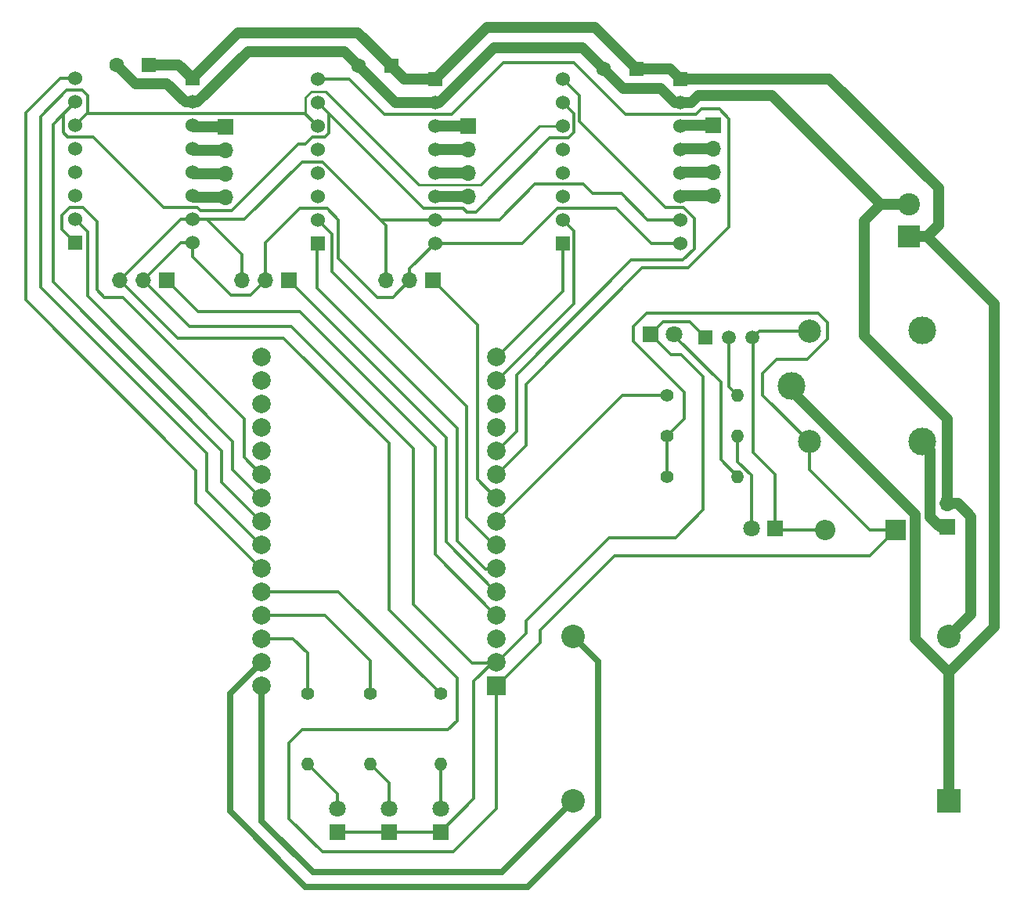
<source format=gbl>
%TF.GenerationSoftware,KiCad,Pcbnew,8.0.2-8.0.2-0~ubuntu24.04.1*%
%TF.CreationDate,2024-05-19T11:59:25+07:00*%
%TF.ProjectId,tugas-akhir,74756761-732d-4616-9b68-69722e6b6963,4*%
%TF.SameCoordinates,Original*%
%TF.FileFunction,Copper,L2,Bot*%
%TF.FilePolarity,Positive*%
%FSLAX46Y46*%
G04 Gerber Fmt 4.6, Leading zero omitted, Abs format (unit mm)*
G04 Created by KiCad (PCBNEW 8.0.2-8.0.2-0~ubuntu24.04.1) date 2024-05-19 11:59:25*
%MOMM*%
%LPD*%
G01*
G04 APERTURE LIST*
%TA.AperFunction,ComponentPad*%
%ADD10R,1.600000X1.600000*%
%TD*%
%TA.AperFunction,ComponentPad*%
%ADD11C,1.600000*%
%TD*%
%TA.AperFunction,ComponentPad*%
%ADD12C,1.400000*%
%TD*%
%TA.AperFunction,ComponentPad*%
%ADD13O,1.400000X1.400000*%
%TD*%
%TA.AperFunction,ComponentPad*%
%ADD14R,1.800000X1.800000*%
%TD*%
%TA.AperFunction,ComponentPad*%
%ADD15C,1.800000*%
%TD*%
%TA.AperFunction,ComponentPad*%
%ADD16R,2.000000X2.000000*%
%TD*%
%TA.AperFunction,ComponentPad*%
%ADD17C,2.000000*%
%TD*%
%TA.AperFunction,ComponentPad*%
%ADD18R,1.700000X1.700000*%
%TD*%
%TA.AperFunction,ComponentPad*%
%ADD19O,1.700000X1.700000*%
%TD*%
%TA.AperFunction,ComponentPad*%
%ADD20R,1.500000X1.500000*%
%TD*%
%TA.AperFunction,ComponentPad*%
%ADD21C,1.500000*%
%TD*%
%TA.AperFunction,ComponentPad*%
%ADD22R,2.540000X2.540000*%
%TD*%
%TA.AperFunction,ComponentPad*%
%ADD23C,2.540000*%
%TD*%
%TA.AperFunction,ComponentPad*%
%ADD24R,1.524000X1.524000*%
%TD*%
%TA.AperFunction,ComponentPad*%
%ADD25C,1.524000*%
%TD*%
%TA.AperFunction,ComponentPad*%
%ADD26C,3.000000*%
%TD*%
%TA.AperFunction,ComponentPad*%
%ADD27C,2.500000*%
%TD*%
%TA.AperFunction,ComponentPad*%
%ADD28R,2.400000X2.400000*%
%TD*%
%TA.AperFunction,ComponentPad*%
%ADD29C,2.400000*%
%TD*%
%TA.AperFunction,ComponentPad*%
%ADD30R,2.200000X2.200000*%
%TD*%
%TA.AperFunction,ComponentPad*%
%ADD31O,2.200000X2.200000*%
%TD*%
%TA.AperFunction,Conductor*%
%ADD32C,0.230000*%
%TD*%
%TA.AperFunction,Conductor*%
%ADD33C,0.700000*%
%TD*%
%TA.AperFunction,Conductor*%
%ADD34C,1.200000*%
%TD*%
%TA.AperFunction,Conductor*%
%ADD35C,0.300000*%
%TD*%
%TA.AperFunction,Conductor*%
%ADD36C,0.200000*%
%TD*%
G04 APERTURE END LIST*
D10*
%TO.P,C3,1*%
%TO.N,+24V*%
X103130000Y-49675000D03*
D11*
%TO.P,C3,2*%
%TO.N,-24V*%
X99630000Y-49675000D03*
%TD*%
D10*
%TO.P,C2,1*%
%TO.N,+24V*%
X129320000Y-49785000D03*
D11*
%TO.P,C2,2*%
%TO.N,-24V*%
X125820000Y-49785000D03*
%TD*%
D10*
%TO.P,C1,1*%
%TO.N,+24V*%
X155820000Y-50075000D03*
D11*
%TO.P,C1,2*%
%TO.N,-24V*%
X152320000Y-50075000D03*
%TD*%
D12*
%TO.P,R1,1*%
%TO.N,Net-(D3-K)*%
X159190000Y-94185000D03*
D13*
%TO.P,R1,2*%
%TO.N,Net-(D2-A)*%
X166810000Y-94185000D03*
%TD*%
D14*
%TO.P,D4,1,K*%
%TO.N,Net-(D2-K)*%
X129075000Y-132660000D03*
D15*
%TO.P,D4,2,A*%
%TO.N,Net-(D4-A)*%
X129075000Y-130120000D03*
%TD*%
D16*
%TO.P,U1,1,3V3*%
%TO.N,Net-(D3-K)*%
X140725000Y-116785000D03*
D17*
%TO.P,U1,2,GND*%
%TO.N,Net-(D2-K)*%
X140725000Y-114245000D03*
%TO.P,U1,3,D15*%
%TO.N,unconnected-(U1-D15-Pad3)*%
X140725000Y-111705000D03*
%TO.P,U1,4,D2*%
%TO.N,Net-(U1-D2)*%
X140725000Y-109165000D03*
%TO.P,U1,5,D4*%
%TO.N,Net-(U1-D4)*%
X140725000Y-106625000D03*
%TO.P,U1,6,RX2*%
%TO.N,Net-(U1-RX2)*%
X140725000Y-104085000D03*
%TO.P,U1,7,TX2*%
%TO.N,Net-(U1-TX2)*%
X140725000Y-101545000D03*
%TO.P,U1,8,D5*%
%TO.N,Net-(U1-D5)*%
X140725000Y-99005000D03*
%TO.P,U1,9,D18*%
%TO.N,Net-(U1-D18)*%
X140725000Y-96465000D03*
%TO.P,U1,10,D19*%
%TO.N,Net-(U1-D19)*%
X140725000Y-93925000D03*
%TO.P,U1,11,D21*%
%TO.N,Net-(U1-D21)*%
X140725000Y-91385000D03*
%TO.P,U1,12,RX0*%
%TO.N,unconnected-(U1-RX0-Pad12)*%
X140725000Y-88845000D03*
%TO.P,U1,13,TX0*%
%TO.N,unconnected-(U1-TX0-Pad13)*%
X140725000Y-86305000D03*
%TO.P,U1,14,D22*%
%TO.N,Net-(U1-D22)*%
X140725000Y-83765000D03*
%TO.P,U1,15,D23*%
%TO.N,Net-(U1-D23)*%
X140725000Y-81225000D03*
%TO.P,U1,16,EN*%
%TO.N,unconnected-(U1-EN-Pad16)*%
X115325000Y-81225000D03*
%TO.P,U1,17,VP*%
%TO.N,unconnected-(U1-VP-Pad17)*%
X115325000Y-83765000D03*
%TO.P,U1,18,VN*%
%TO.N,unconnected-(U1-VN-Pad18)*%
X115325000Y-86305000D03*
%TO.P,U1,19,D34*%
%TO.N,unconnected-(U1-D34-Pad19)*%
X115325000Y-88845000D03*
%TO.P,U1,20,D35*%
%TO.N,unconnected-(U1-D35-Pad20)*%
X115325000Y-91385000D03*
%TO.P,U1,21,D32*%
%TO.N,Net-(U1-D32)*%
X115325000Y-93925000D03*
%TO.P,U1,22,D33*%
%TO.N,Net-(U1-D33)*%
X115325000Y-96465000D03*
%TO.P,U1,23,D25*%
%TO.N,Net-(U1-D25)*%
X115325000Y-99005000D03*
%TO.P,U1,24,D26*%
%TO.N,Net-(U1-D26)*%
X115325000Y-101545000D03*
%TO.P,U1,25,D27*%
%TO.N,Net-(U1-D27)*%
X115325000Y-104085000D03*
%TO.P,U1,26,D14*%
%TO.N,Net-(U1-D14)*%
X115325000Y-106625000D03*
%TO.P,U1,27,D12*%
%TO.N,Net-(U1-D12)*%
X115325000Y-109165000D03*
%TO.P,U1,28,D13*%
%TO.N,Net-(U1-D13)*%
X115325000Y-111705000D03*
%TO.P,U1,29,GND*%
%TO.N,Net-(U1-GND-Pad29)*%
X115325000Y-114245000D03*
%TO.P,U1,30,VIN*%
%TO.N,Net-(U1-VIN)*%
X115325000Y-116785000D03*
%TD*%
D18*
%TO.P,M3,1*%
%TO.N,Net-(U5-OA2)*%
X111367500Y-56335000D03*
D19*
%TO.P,M3,2,-*%
%TO.N,Net-(M3--)*%
X111367500Y-58875000D03*
%TO.P,M3,3*%
%TO.N,Net-(U5-OB1)*%
X111367500Y-61415000D03*
%TO.P,M3,4*%
%TO.N,Net-(U5-OB2)*%
X111367500Y-63955000D03*
%TD*%
D20*
%TO.P,Q1,1,E*%
%TO.N,Net-(D2-K)*%
X163335000Y-79145000D03*
D21*
%TO.P,Q1,2,B*%
%TO.N,Net-(Q1-B)*%
X165875000Y-79145000D03*
%TO.P,Q1,3,C*%
%TO.N,Net-(D1-K)*%
X168415000Y-79145000D03*
%TD*%
D22*
%TO.P,U2,1,Vin*%
%TO.N,+24V*%
X189595000Y-129275000D03*
D23*
%TO.P,U2,2,GND*%
%TO.N,-24V*%
X189595000Y-111495000D03*
%TO.P,U2,3,GND*%
%TO.N,Net-(U1-GND-Pad29)*%
X148955000Y-111495000D03*
%TO.P,U2,4,Vout*%
%TO.N,Net-(U1-VIN)*%
X148955000Y-129275000D03*
%TD*%
D18*
%TO.P,M1,1*%
%TO.N,Net-(U3-OA2)*%
X164120000Y-56225000D03*
D19*
%TO.P,M1,2,-*%
%TO.N,Net-(M1--)*%
X164120000Y-58765000D03*
%TO.P,M1,3*%
%TO.N,Net-(U3-OB1)*%
X164120000Y-61305000D03*
%TO.P,M1,4*%
%TO.N,Net-(U3-OB2)*%
X164120000Y-63845000D03*
%TD*%
D24*
%TO.P,U3,JP1_1,DIR*%
%TO.N,Net-(U1-D23)*%
X147875000Y-68975000D03*
D25*
%TO.P,U3,JP1_2,STEP*%
%TO.N,Net-(U1-D22)*%
X147875000Y-66435000D03*
%TO.P,U3,JP1_3,CLK*%
%TO.N,unconnected-(U3-CLK-PadJP1_3)*%
X147875000Y-63895000D03*
%TO.P,U3,JP1_4,PDN/UART1*%
%TO.N,unconnected-(U3-PDN{slash}UART1-PadJP1_4)*%
X147875000Y-61355000D03*
%TO.P,U3,JP1_5,NC*%
%TO.N,unconnected-(U3-NC-PadJP1_5)*%
X147875000Y-58815000D03*
%TO.P,U3,JP1_6,MS2*%
%TO.N,Net-(U1-D26)*%
X147875000Y-56275000D03*
%TO.P,U3,JP1_7,MS1*%
%TO.N,Net-(U1-D25)*%
X147875000Y-53735000D03*
%TO.P,U3,JP1_8,EN*%
%TO.N,Net-(U1-D21)*%
X147875000Y-51195000D03*
D24*
%TO.P,U3,JP2_1,VM*%
%TO.N,+24V*%
X160575000Y-51195000D03*
D25*
%TO.P,U3,JP2_2,GND*%
%TO.N,-24V*%
X160575000Y-53735000D03*
%TO.P,U3,JP2_3,OA2*%
%TO.N,Net-(U3-OA2)*%
X160575000Y-56275000D03*
%TO.P,U3,JP2_4,OA1*%
%TO.N,Net-(M1--)*%
X160575000Y-58815000D03*
%TO.P,U3,JP2_5,OB1*%
%TO.N,Net-(U3-OB1)*%
X160575000Y-61355000D03*
%TO.P,U3,JP2_6,OB2*%
%TO.N,Net-(U3-OB2)*%
X160575000Y-63895000D03*
%TO.P,U3,JP2_7,VIO*%
%TO.N,Net-(D3-K)*%
X160575000Y-66435000D03*
%TO.P,U3,JP2_8,GND*%
%TO.N,Net-(D2-K)*%
X160575000Y-68975000D03*
%TD*%
D24*
%TO.P,U5,JP1_1,DIR*%
%TO.N,Net-(U1-D32)*%
X95125000Y-68925000D03*
D25*
%TO.P,U5,JP1_2,STEP*%
%TO.N,Net-(U1-D33)*%
X95125000Y-66385000D03*
%TO.P,U5,JP1_3,CLK*%
%TO.N,unconnected-(U5-CLK-PadJP1_3)*%
X95125000Y-63845000D03*
%TO.P,U5,JP1_4,PDN/UART1*%
%TO.N,unconnected-(U5-PDN{slash}UART1-PadJP1_4)*%
X95125000Y-61305000D03*
%TO.P,U5,JP1_5,NC*%
%TO.N,unconnected-(U5-NC-PadJP1_5)*%
X95125000Y-58765000D03*
%TO.P,U5,JP1_6,MS2*%
%TO.N,Net-(U1-D26)*%
X95125000Y-56225000D03*
%TO.P,U5,JP1_7,MS1*%
%TO.N,Net-(U1-D25)*%
X95125000Y-53685000D03*
%TO.P,U5,JP1_8,EN*%
%TO.N,Net-(U1-D27)*%
X95125000Y-51145000D03*
D24*
%TO.P,U5,JP2_1,VM*%
%TO.N,+24V*%
X107825000Y-51145000D03*
D25*
%TO.P,U5,JP2_2,GND*%
%TO.N,-24V*%
X107825000Y-53685000D03*
%TO.P,U5,JP2_3,OA2*%
%TO.N,Net-(U5-OA2)*%
X107825000Y-56225000D03*
%TO.P,U5,JP2_4,OA1*%
%TO.N,Net-(M3--)*%
X107825000Y-58765000D03*
%TO.P,U5,JP2_5,OB1*%
%TO.N,Net-(U5-OB1)*%
X107825000Y-61305000D03*
%TO.P,U5,JP2_6,OB2*%
%TO.N,Net-(U5-OB2)*%
X107825000Y-63845000D03*
%TO.P,U5,JP2_7,VIO*%
%TO.N,Net-(D3-K)*%
X107825000Y-66385000D03*
%TO.P,U5,JP2_8,GND*%
%TO.N,Net-(D2-K)*%
X107825000Y-68925000D03*
%TD*%
D26*
%TO.P,K1,1*%
%TO.N,+24V*%
X172575000Y-84385000D03*
D27*
%TO.P,K1,2*%
%TO.N,Net-(D3-K)*%
X174525000Y-90435000D03*
D26*
%TO.P,K1,3*%
%TO.N,Net-(J2-Pin_1)*%
X186725000Y-90435000D03*
%TO.P,K1,4*%
%TO.N,unconnected-(K1-Pad4)*%
X186775000Y-78385000D03*
D27*
%TO.P,K1,5*%
%TO.N,Net-(D1-K)*%
X174525000Y-78435000D03*
%TD*%
D12*
%TO.P,R2,1*%
%TO.N,Net-(D3-K)*%
X159190000Y-89785000D03*
D13*
%TO.P,R2,2*%
%TO.N,Net-(D1-A)*%
X166810000Y-89785000D03*
%TD*%
D14*
%TO.P,D5,1,K*%
%TO.N,Net-(D2-K)*%
X123475000Y-132660000D03*
D15*
%TO.P,D5,2,A*%
%TO.N,Net-(D5-A)*%
X123475000Y-130120000D03*
%TD*%
D12*
%TO.P,R4,1*%
%TO.N,Net-(U1-D14)*%
X134675000Y-117690000D03*
D13*
%TO.P,R4,2*%
%TO.N,Net-(D6-A)*%
X134675000Y-125310000D03*
%TD*%
D12*
%TO.P,R6,1*%
%TO.N,Net-(U1-D12)*%
X127075000Y-117690000D03*
D13*
%TO.P,R6,2*%
%TO.N,Net-(D4-A)*%
X127075000Y-125310000D03*
%TD*%
D28*
%TO.P,J1,1,Pin_1*%
%TO.N,+24V*%
X185300000Y-68250000D03*
D29*
%TO.P,J1,2,Pin_2*%
%TO.N,-24V*%
X185300000Y-64750000D03*
%TD*%
D18*
%TO.P,M2,1*%
%TO.N,Net-(U4-OA2)*%
X137675000Y-56285000D03*
D19*
%TO.P,M2,2,-*%
%TO.N,Net-(M2--)*%
X137675000Y-58825000D03*
%TO.P,M2,3*%
%TO.N,Net-(U4-OB1)*%
X137675000Y-61365000D03*
%TO.P,M2,4*%
%TO.N,Net-(U4-OB2)*%
X137675000Y-63905000D03*
%TD*%
D14*
%TO.P,D6,1,K*%
%TO.N,Net-(D2-K)*%
X134675000Y-132622500D03*
D15*
%TO.P,D6,2,A*%
%TO.N,Net-(D6-A)*%
X134675000Y-130082500D03*
%TD*%
D12*
%TO.P,R5,1*%
%TO.N,Net-(U1-D13)*%
X120275000Y-117690000D03*
D13*
%TO.P,R5,2*%
%TO.N,Net-(D5-A)*%
X120275000Y-125310000D03*
%TD*%
D14*
%TO.P,D1,1,K*%
%TO.N,Net-(D1-K)*%
X170825000Y-99785000D03*
D15*
%TO.P,D1,2,A*%
%TO.N,Net-(D1-A)*%
X168285000Y-99785000D03*
%TD*%
D18*
%TO.P,S1,1*%
%TO.N,Net-(U1-D2)*%
X105075000Y-72985000D03*
D19*
%TO.P,S1,2*%
%TO.N,Net-(D2-K)*%
X102535000Y-72985000D03*
%TO.P,S1,3*%
%TO.N,Net-(D3-K)*%
X99995000Y-72985000D03*
%TD*%
D14*
%TO.P,D2,1,K*%
%TO.N,Net-(D2-K)*%
X157400000Y-78785000D03*
D15*
%TO.P,D2,2,A*%
%TO.N,Net-(D2-A)*%
X159940000Y-78785000D03*
%TD*%
D30*
%TO.P,D3,1,K*%
%TO.N,Net-(D3-K)*%
X183885000Y-99985000D03*
D31*
%TO.P,D3,2,A*%
%TO.N,Net-(D1-K)*%
X176265000Y-99985000D03*
%TD*%
D12*
%TO.P,R3,1*%
%TO.N,Net-(U1-D5)*%
X159190000Y-85385000D03*
D13*
%TO.P,R3,2*%
%TO.N,Net-(Q1-B)*%
X166810000Y-85385000D03*
%TD*%
D24*
%TO.P,U4,JP1_1,DIR*%
%TO.N,Net-(U1-RX2)*%
X121370000Y-68975000D03*
D25*
%TO.P,U4,JP1_2,STEP*%
%TO.N,Net-(U1-TX2)*%
X121370000Y-66435000D03*
%TO.P,U4,JP1_3,CLK*%
%TO.N,unconnected-(U4-CLK-PadJP1_3)*%
X121370000Y-63895000D03*
%TO.P,U4,JP1_4,PDN/UART1*%
%TO.N,unconnected-(U4-PDN{slash}UART1-PadJP1_4)*%
X121370000Y-61355000D03*
%TO.P,U4,JP1_5,NC*%
%TO.N,unconnected-(U4-NC-PadJP1_5)*%
X121370000Y-58815000D03*
%TO.P,U4,JP1_6,MS2*%
%TO.N,Net-(U1-D26)*%
X121370000Y-56275000D03*
%TO.P,U4,JP1_7,MS1*%
%TO.N,Net-(U1-D25)*%
X121370000Y-53735000D03*
%TO.P,U4,JP1_8,EN*%
%TO.N,Net-(U1-D19)*%
X121370000Y-51195000D03*
D24*
%TO.P,U4,JP2_1,VM*%
%TO.N,+24V*%
X134070000Y-51195000D03*
D25*
%TO.P,U4,JP2_2,GND*%
%TO.N,-24V*%
X134070000Y-53735000D03*
%TO.P,U4,JP2_3,OA2*%
%TO.N,Net-(U4-OA2)*%
X134070000Y-56275000D03*
%TO.P,U4,JP2_4,OA1*%
%TO.N,Net-(M2--)*%
X134070000Y-58815000D03*
%TO.P,U4,JP2_5,OB1*%
%TO.N,Net-(U4-OB1)*%
X134070000Y-61355000D03*
%TO.P,U4,JP2_6,OB2*%
%TO.N,Net-(U4-OB2)*%
X134070000Y-63895000D03*
%TO.P,U4,JP2_7,VIO*%
%TO.N,Net-(D3-K)*%
X134070000Y-66435000D03*
%TO.P,U4,JP2_8,GND*%
%TO.N,Net-(D2-K)*%
X134070000Y-68975000D03*
%TD*%
D18*
%TO.P,S2,1*%
%TO.N,Net-(U1-D4)*%
X118275000Y-72985000D03*
D19*
%TO.P,S2,2*%
%TO.N,Net-(D2-K)*%
X115735000Y-72985000D03*
%TO.P,S2,3*%
%TO.N,Net-(D3-K)*%
X113195000Y-72985000D03*
%TD*%
D18*
%TO.P,J2,1,Pin_1*%
%TO.N,Net-(J2-Pin_1)*%
X189475000Y-99660000D03*
D19*
%TO.P,J2,2,Pin_2*%
%TO.N,-24V*%
X189475000Y-97120000D03*
%TD*%
D18*
%TO.P,S3,1*%
%TO.N,Net-(U1-D18)*%
X133875000Y-72985000D03*
D19*
%TO.P,S3,2*%
%TO.N,Net-(D2-K)*%
X131335000Y-72985000D03*
%TO.P,S3,3*%
%TO.N,Net-(D3-K)*%
X128795000Y-72985000D03*
%TD*%
D32*
%TO.N,Net-(U1-D26)*%
X120075000Y-54980000D02*
X120075000Y-53185000D01*
X120075000Y-53185000D02*
X120737000Y-52523000D01*
X120737000Y-52523000D02*
X122213000Y-52523000D01*
X122213000Y-52523000D02*
X132320000Y-62630000D01*
X132320000Y-62630000D02*
X139030000Y-62630000D01*
X139030000Y-62630000D02*
X145385000Y-56275000D01*
X145385000Y-56275000D02*
X147875000Y-56275000D01*
D33*
%TO.N,Net-(U1-VIN)*%
X120875000Y-136985000D02*
X115325000Y-131435000D01*
X148955000Y-129275000D02*
X141245000Y-136985000D01*
X141245000Y-136985000D02*
X120875000Y-136985000D01*
X115325000Y-131435000D02*
X115325000Y-116785000D01*
D34*
%TO.N,-24V*%
X160025000Y-53735000D02*
X160575000Y-53735000D01*
X107075000Y-53685000D02*
X107825000Y-53685000D01*
X150030000Y-47785000D02*
X140475000Y-47785000D01*
X125820000Y-49785000D02*
X124235000Y-48200000D01*
X161765000Y-53735000D02*
X162500000Y-53000000D01*
X124235000Y-48200000D02*
X113860000Y-48200000D01*
X99630000Y-49675000D02*
X101640000Y-51685000D01*
X180500000Y-66500000D02*
X180500000Y-79000000D01*
X140475000Y-47785000D02*
X134525000Y-53735000D01*
X185300000Y-64750000D02*
X182250000Y-64750000D01*
X170500000Y-53000000D02*
X182250000Y-64750000D01*
X180500000Y-79000000D02*
X189475000Y-87975000D01*
X192000000Y-109090000D02*
X189595000Y-111495000D01*
X101640000Y-51685000D02*
X105075000Y-51685000D01*
X189475000Y-87975000D02*
X189475000Y-97120000D01*
X108375000Y-53685000D02*
X107825000Y-53685000D01*
X158475000Y-52185000D02*
X160025000Y-53735000D01*
X189475000Y-97120000D02*
X190620000Y-97120000D01*
X129770000Y-53735000D02*
X134070000Y-53735000D01*
X152320000Y-50075000D02*
X150030000Y-47785000D01*
X160575000Y-53735000D02*
X161765000Y-53735000D01*
X125820000Y-49785000D02*
X129770000Y-53735000D01*
X182250000Y-64750000D02*
X180500000Y-66500000D01*
X113860000Y-48200000D02*
X108375000Y-53685000D01*
X162500000Y-53000000D02*
X170500000Y-53000000D01*
X192000000Y-98500000D02*
X192000000Y-109090000D01*
X105075000Y-51685000D02*
X107075000Y-53685000D01*
X190620000Y-97120000D02*
X192000000Y-98500000D01*
X134525000Y-53735000D02*
X134070000Y-53735000D01*
X154430000Y-52185000D02*
X158475000Y-52185000D01*
X152320000Y-50075000D02*
X154430000Y-52185000D01*
%TO.N,+24V*%
X103130000Y-49675000D02*
X106355000Y-49675000D01*
X187250000Y-68250000D02*
X185300000Y-68250000D01*
X189595000Y-115334422D02*
X189595000Y-129275000D01*
X194500000Y-75500000D02*
X194500000Y-110429422D01*
X172575000Y-84385000D02*
X172575000Y-84881320D01*
X131685000Y-51195000D02*
X134070000Y-51195000D01*
X131675000Y-51185000D02*
X131685000Y-51195000D01*
X112770000Y-46200000D02*
X107825000Y-51145000D01*
X106355000Y-49675000D02*
X107825000Y-51145000D01*
X155820000Y-50075000D02*
X151345000Y-45600000D01*
X186000000Y-111739422D02*
X189595000Y-115334422D01*
X160575000Y-51195000D02*
X176695000Y-51195000D01*
X188500000Y-67000000D02*
X187250000Y-68250000D01*
X176695000Y-51195000D02*
X188500000Y-63000000D01*
X130720000Y-51185000D02*
X131675000Y-51185000D01*
X186000000Y-98306320D02*
X186000000Y-111739422D01*
X139665000Y-45600000D02*
X134070000Y-51195000D01*
X194500000Y-110429422D02*
X189595000Y-115334422D01*
X129320000Y-49785000D02*
X125735000Y-46200000D01*
X159455000Y-50075000D02*
X160575000Y-51195000D01*
X125735000Y-46200000D02*
X112770000Y-46200000D01*
X151345000Y-45600000D02*
X139665000Y-45600000D01*
X187250000Y-68250000D02*
X194500000Y-75500000D01*
X188500000Y-63000000D02*
X188500000Y-67000000D01*
X155820000Y-50075000D02*
X159455000Y-50075000D01*
X172575000Y-84881320D02*
X186000000Y-98306320D01*
X129320000Y-49785000D02*
X130720000Y-51185000D01*
D35*
%TO.N,Net-(U1-D23)*%
X147875000Y-68975000D02*
X147875000Y-74165000D01*
X147875000Y-74165000D02*
X140725000Y-81315000D01*
%TO.N,Net-(U1-D22)*%
X149087000Y-75493000D02*
X140725000Y-83855000D01*
X147875000Y-66435000D02*
X149087000Y-67647000D01*
X149087000Y-67647000D02*
X149087000Y-75493000D01*
%TO.N,Net-(U1-D21)*%
X142875000Y-83185000D02*
X142875000Y-89325000D01*
X160961027Y-65107000D02*
X162125000Y-66270973D01*
X149687000Y-53007000D02*
X149687000Y-55796999D01*
X162125000Y-66270973D02*
X162125000Y-69535000D01*
X155275000Y-70785000D02*
X142875000Y-83185000D01*
X147875000Y-51195000D02*
X149687000Y-53007000D01*
X142875000Y-89325000D02*
X140725000Y-91475000D01*
X160875000Y-70785000D02*
X155275000Y-70785000D01*
X149687000Y-55796999D02*
X158997001Y-65107000D01*
X162125000Y-69535000D02*
X160875000Y-70785000D01*
X158997001Y-65107000D02*
X160961027Y-65107000D01*
D34*
%TO.N,Net-(U4-OA2)*%
X134080000Y-56285000D02*
X134070000Y-56275000D01*
X137675000Y-56285000D02*
X134080000Y-56285000D01*
%TO.N,Net-(M2--)*%
X137675000Y-58825000D02*
X134080000Y-58825000D01*
X134080000Y-58825000D02*
X134070000Y-58815000D01*
%TO.N,Net-(U4-OB1)*%
X134080000Y-61365000D02*
X134070000Y-61355000D01*
X137675000Y-61365000D02*
X134080000Y-61365000D01*
%TO.N,Net-(U4-OB2)*%
X134080000Y-63905000D02*
X134070000Y-63895000D01*
X137675000Y-63905000D02*
X134080000Y-63905000D01*
%TO.N,Net-(U5-OA2)*%
X107935000Y-56335000D02*
X107825000Y-56225000D01*
X111367500Y-56335000D02*
X107935000Y-56335000D01*
%TO.N,Net-(M3--)*%
X111367500Y-58875000D02*
X107935000Y-58875000D01*
X107935000Y-58875000D02*
X107825000Y-58765000D01*
%TO.N,Net-(U5-OB1)*%
X107935000Y-61415000D02*
X107825000Y-61305000D01*
X111367500Y-61415000D02*
X107935000Y-61415000D01*
%TO.N,Net-(U5-OB2)*%
X107935000Y-63955000D02*
X107825000Y-63845000D01*
X111367500Y-63955000D02*
X107935000Y-63955000D01*
D35*
%TO.N,Net-(D3-K)*%
X181085000Y-102785000D02*
X153475000Y-102785000D01*
X117675000Y-79185000D02*
X106195000Y-79185000D01*
X156985000Y-76500000D02*
X175500000Y-76500000D01*
X118275000Y-122985000D02*
X119675000Y-121585000D01*
X140725000Y-130135000D02*
X136075000Y-134785000D01*
X155500000Y-77985000D02*
X156985000Y-76500000D01*
X136475000Y-115985000D02*
X129075000Y-108585000D01*
X153475000Y-102785000D02*
X145475000Y-110785000D01*
X113415000Y-66385000D02*
X107825000Y-66385000D01*
X145475000Y-112125000D02*
X140725000Y-116875000D01*
X119675000Y-121585000D02*
X135475000Y-121585000D01*
X113195000Y-70195000D02*
X109385000Y-66385000D01*
X121875000Y-134785000D02*
X118275000Y-131185000D01*
X129075000Y-108585000D02*
X129075000Y-90585000D01*
X128795000Y-67065973D02*
X128164027Y-66435000D01*
X159190000Y-89785000D02*
X161000000Y-87975000D01*
X129075000Y-90585000D02*
X117675000Y-79185000D01*
X150057000Y-62567000D02*
X144857000Y-62567000D01*
X99995000Y-72985000D02*
X106595000Y-66385000D01*
X121872027Y-60143000D02*
X119657000Y-60143000D01*
X136475000Y-120585000D02*
X136475000Y-115985000D01*
X174525000Y-90435000D02*
X174525000Y-93435000D01*
X140725000Y-116785000D02*
X140725000Y-130135000D01*
X157035000Y-66435000D02*
X154200000Y-63600000D01*
X118275000Y-131185000D02*
X118275000Y-122985000D01*
X176500000Y-77500000D02*
X176500000Y-79317717D01*
X136075000Y-134785000D02*
X121875000Y-134785000D01*
X151090000Y-63600000D02*
X150057000Y-62567000D01*
X174525000Y-93435000D02*
X181075000Y-99985000D01*
X176500000Y-79317717D02*
X174317717Y-81500000D01*
X140989000Y-66435000D02*
X134070000Y-66435000D01*
X171000000Y-81500000D02*
X169500000Y-83000000D01*
X155500000Y-79585000D02*
X155500000Y-77985000D01*
X119657000Y-60143000D02*
X113415000Y-66385000D01*
X128795000Y-72985000D02*
X128795000Y-67065973D01*
X160575000Y-66435000D02*
X157035000Y-66435000D01*
X128164027Y-66435000D02*
X121872027Y-60143000D01*
X161000000Y-85085000D02*
X155500000Y-79585000D01*
X181075000Y-99985000D02*
X183885000Y-99985000D01*
X144857000Y-62567000D02*
X140989000Y-66435000D01*
X135475000Y-121585000D02*
X136475000Y-120585000D01*
X109385000Y-66385000D02*
X107825000Y-66385000D01*
X145475000Y-110785000D02*
X145475000Y-112125000D01*
X183885000Y-99985000D02*
X181085000Y-102785000D01*
X159190000Y-94185000D02*
X159190000Y-89785000D01*
X106595000Y-66385000D02*
X107825000Y-66385000D01*
X134070000Y-66435000D02*
X128164027Y-66435000D01*
X175500000Y-76500000D02*
X176500000Y-77500000D01*
X106195000Y-79185000D02*
X99995000Y-72985000D01*
X161000000Y-87975000D02*
X161000000Y-85085000D01*
X169500000Y-83000000D02*
X169500000Y-85410000D01*
X174317717Y-81500000D02*
X171000000Y-81500000D01*
X154200000Y-63600000D02*
X151090000Y-63600000D01*
X113195000Y-72985000D02*
X113195000Y-70195000D01*
X169500000Y-85410000D02*
X174525000Y-90435000D01*
%TO.N,Net-(U1-D25)*%
X122582000Y-57078000D02*
X122173000Y-57487000D01*
X120773000Y-57487000D02*
X120075000Y-58185000D01*
X148475000Y-57585000D02*
X146475000Y-57585000D01*
X92729264Y-73129264D02*
X111000000Y-91400000D01*
X119275000Y-58185000D02*
X112075000Y-65385000D01*
X149087000Y-56973000D02*
X148475000Y-57585000D01*
X104747000Y-65057000D02*
X97127000Y-57437000D01*
X149087000Y-54947000D02*
X149087000Y-56973000D01*
X122173000Y-57487000D02*
X120773000Y-57487000D01*
X132820000Y-65185000D02*
X121370000Y-53735000D01*
X121370000Y-53735000D02*
X121425000Y-53735000D01*
X95125000Y-53685000D02*
X92729264Y-56080736D01*
X111000000Y-94770000D02*
X115325000Y-99095000D01*
X92729264Y-56080736D02*
X92729264Y-73129264D01*
X137116522Y-65185000D02*
X132820000Y-65185000D01*
X97127000Y-57437000D02*
X94327000Y-57437000D01*
X93850000Y-56960000D02*
X93850000Y-54960000D01*
X147875000Y-53735000D02*
X149087000Y-54947000D01*
X137516522Y-65585000D02*
X137116522Y-65185000D01*
X111000000Y-91400000D02*
X111000000Y-94770000D01*
X108327027Y-65057000D02*
X104747000Y-65057000D01*
X121425000Y-53735000D02*
X122582000Y-54892000D01*
X122582000Y-54892000D02*
X122582000Y-57078000D01*
X112075000Y-65385000D02*
X108655027Y-65385000D01*
X93850000Y-54960000D02*
X95125000Y-53685000D01*
X108655027Y-65385000D02*
X108327027Y-65057000D01*
X146475000Y-57585000D02*
X138475000Y-65585000D01*
X138475000Y-65585000D02*
X137516522Y-65585000D01*
X94327000Y-57437000D02*
X93850000Y-56960000D01*
X120075000Y-58185000D02*
X119275000Y-58185000D01*
%TO.N,Net-(U1-D26)*%
X96475000Y-52985000D02*
X95899264Y-52409264D01*
X95125000Y-56225000D02*
X96453000Y-54897000D01*
X109400000Y-91710000D02*
X109400000Y-95710000D01*
X121370000Y-56275000D02*
X120158000Y-55063000D01*
X94250736Y-52409264D02*
X91400000Y-55260000D01*
X91400000Y-55260000D02*
X91400000Y-73710000D01*
X119992000Y-54897000D02*
X121370000Y-56275000D01*
X95125000Y-56225000D02*
X96475000Y-54875000D01*
X109400000Y-95710000D02*
X115325000Y-101635000D01*
X91400000Y-73710000D02*
X109400000Y-91710000D01*
D36*
X120158000Y-55063000D02*
X120075000Y-54980000D01*
D35*
X96453000Y-54897000D02*
X119992000Y-54897000D01*
X95899264Y-52409264D02*
X94250736Y-52409264D01*
X96475000Y-54875000D02*
X96475000Y-52985000D01*
%TO.N,Net-(D2-K)*%
X123475000Y-132660000D02*
X129075000Y-132660000D01*
X123600000Y-70600000D02*
X123600000Y-66400000D01*
X129520000Y-74800000D02*
X127800000Y-74800000D01*
X163335000Y-79145000D02*
X161625000Y-77435000D01*
X115735000Y-72985000D02*
X114120000Y-74600000D01*
X158750000Y-77435000D02*
X157400000Y-78785000D01*
X147294973Y-65185000D02*
X153675000Y-65185000D01*
X140725000Y-114335000D02*
X143875000Y-111185000D01*
X163075000Y-83385000D02*
X160675000Y-80985000D01*
X134070000Y-68975000D02*
X143504973Y-68975000D01*
X114120000Y-74600000D02*
X112000000Y-74600000D01*
X102535000Y-72985000D02*
X107535000Y-77985000D01*
X157465000Y-68975000D02*
X160575000Y-68975000D01*
X138275000Y-129022500D02*
X138275000Y-116335000D01*
X131335000Y-72985000D02*
X131335000Y-71710000D01*
X134675000Y-132622500D02*
X138275000Y-129022500D01*
X163075000Y-97785000D02*
X163075000Y-83385000D01*
X115735000Y-68865000D02*
X115735000Y-72985000D01*
X131335000Y-72985000D02*
X129520000Y-74800000D01*
X122400000Y-65200000D02*
X119400000Y-65200000D01*
X127800000Y-74800000D02*
X123600000Y-70600000D01*
X140365000Y-114245000D02*
X140725000Y-114245000D01*
X129112500Y-132622500D02*
X129075000Y-132660000D01*
X107825000Y-68925000D02*
X106595000Y-68925000D01*
X161625000Y-77435000D02*
X158750000Y-77435000D01*
X107825000Y-70425000D02*
X107825000Y-68925000D01*
X106595000Y-68925000D02*
X102535000Y-72985000D01*
X131675000Y-107985000D02*
X138025000Y-114335000D01*
X153675000Y-65185000D02*
X157465000Y-68975000D01*
X131675000Y-91185000D02*
X131675000Y-107985000D01*
X143875000Y-111185000D02*
X143875000Y-109785000D01*
X138025000Y-114335000D02*
X140725000Y-114335000D01*
X134675000Y-132622500D02*
X129112500Y-132622500D01*
X107535000Y-77985000D02*
X118475000Y-77985000D01*
X138275000Y-116335000D02*
X140365000Y-114245000D01*
X119400000Y-65200000D02*
X115735000Y-68865000D01*
X123600000Y-66400000D02*
X122400000Y-65200000D01*
X159600000Y-80985000D02*
X157400000Y-78785000D01*
X160675000Y-80985000D02*
X159600000Y-80985000D01*
X112000000Y-74600000D02*
X107825000Y-70425000D01*
X143504973Y-68975000D02*
X147294973Y-65185000D01*
X118475000Y-77985000D02*
X131675000Y-91185000D01*
X131335000Y-71710000D02*
X134070000Y-68975000D01*
X160075000Y-100785000D02*
X163075000Y-97785000D01*
X143875000Y-109785000D02*
X152875000Y-100785000D01*
X152875000Y-100785000D02*
X160075000Y-100785000D01*
%TO.N,Net-(U1-D27)*%
X108200000Y-97050000D02*
X115325000Y-104175000D01*
X89800000Y-75110000D02*
X108200000Y-93510000D01*
X93515000Y-51145000D02*
X89800000Y-54860000D01*
X89800000Y-54860000D02*
X89800000Y-75110000D01*
X108200000Y-93510000D02*
X108200000Y-97050000D01*
X95125000Y-51145000D02*
X93515000Y-51145000D01*
D33*
%TO.N,Net-(U1-GND-Pad29)*%
X148955000Y-111495000D02*
X151675000Y-114215000D01*
X111875000Y-130385000D02*
X111875000Y-117695000D01*
X120075000Y-138585000D02*
X111875000Y-130385000D01*
X111875000Y-117695000D02*
X115325000Y-114245000D01*
X151675000Y-114215000D02*
X151675000Y-130985000D01*
X151675000Y-130985000D02*
X144075000Y-138585000D01*
X144075000Y-138585000D02*
X120075000Y-138585000D01*
D35*
%TO.N,Net-(D2-A)*%
X165000000Y-92375000D02*
X166810000Y-94185000D01*
X159940000Y-78940000D02*
X165000000Y-84000000D01*
X159940000Y-78785000D02*
X159940000Y-78940000D01*
X165000000Y-84000000D02*
X165000000Y-92375000D01*
%TO.N,Net-(D1-A)*%
X166810000Y-92558654D02*
X168285000Y-94033654D01*
X166810000Y-89785000D02*
X166810000Y-92558654D01*
X168285000Y-94033654D02*
X168285000Y-99785000D01*
D34*
%TO.N,Net-(U3-OA2)*%
X160625000Y-56225000D02*
X160575000Y-56275000D01*
X164120000Y-56225000D02*
X160625000Y-56225000D01*
%TO.N,Net-(M1--)*%
X164120000Y-58765000D02*
X160625000Y-58765000D01*
X160625000Y-58765000D02*
X160575000Y-58815000D01*
%TO.N,Net-(U3-OB1)*%
X164120000Y-61305000D02*
X160625000Y-61305000D01*
X160625000Y-61305000D02*
X160575000Y-61355000D01*
%TO.N,Net-(U3-OB2)*%
X160625000Y-63845000D02*
X160575000Y-63895000D01*
X164120000Y-63845000D02*
X160625000Y-63845000D01*
D35*
%TO.N,Net-(Q1-B)*%
X165875000Y-84450000D02*
X166810000Y-85385000D01*
X165875000Y-79145000D02*
X165875000Y-84450000D01*
%TO.N,Net-(D6-A)*%
X134675000Y-130082500D02*
X134675000Y-125310000D01*
%TO.N,Net-(D5-A)*%
X123475000Y-128510000D02*
X120275000Y-125310000D01*
X123475000Y-130120000D02*
X123475000Y-128510000D01*
%TO.N,Net-(D4-A)*%
X129075000Y-130120000D02*
X129075000Y-127310000D01*
X129075000Y-127310000D02*
X127075000Y-125310000D01*
%TO.N,Net-(D1-K)*%
X171025000Y-99985000D02*
X170825000Y-99785000D01*
X170825000Y-93946472D02*
X168475000Y-91596472D01*
X176265000Y-99985000D02*
X171025000Y-99985000D01*
X168475000Y-91596472D02*
X168475000Y-79205000D01*
X170825000Y-99785000D02*
X170825000Y-93946472D01*
X169125000Y-78435000D02*
X168415000Y-79145000D01*
X174525000Y-78435000D02*
X169125000Y-78435000D01*
X168475000Y-79205000D02*
X168415000Y-79145000D01*
D34*
%TO.N,Net-(J2-Pin_1)*%
X189475000Y-99660000D02*
X188660000Y-99660000D01*
X187600000Y-91310000D02*
X186725000Y-90435000D01*
X188660000Y-99660000D02*
X187600000Y-98600000D01*
X187600000Y-98600000D02*
X187600000Y-91310000D01*
D35*
%TO.N,Net-(U1-D19)*%
X135875000Y-54985000D02*
X141475000Y-49385000D01*
X141475000Y-49385000D02*
X149075000Y-49385000D01*
X165875000Y-55480000D02*
X165875000Y-67185000D01*
X124806683Y-51195000D02*
X128596683Y-54985000D01*
X162275000Y-54985000D02*
X162875000Y-54385000D01*
X128596683Y-54985000D02*
X135875000Y-54985000D01*
X165875000Y-67185000D02*
X161475000Y-71585000D01*
X121370000Y-51195000D02*
X124806683Y-51195000D01*
X149075000Y-49385000D02*
X154675000Y-54985000D01*
X154675000Y-54985000D02*
X162275000Y-54985000D01*
X156475000Y-71585000D02*
X143875000Y-84185000D01*
X161475000Y-71585000D02*
X156475000Y-71585000D01*
X164780000Y-54385000D02*
X165875000Y-55480000D01*
X143875000Y-90865000D02*
X140725000Y-94015000D01*
X143875000Y-84185000D02*
X143875000Y-90865000D01*
X162875000Y-54385000D02*
X164780000Y-54385000D01*
%TO.N,Net-(U1-D33)*%
X112200000Y-93430000D02*
X115325000Y-96555000D01*
X96475000Y-67735000D02*
X96475000Y-74633528D01*
X95125000Y-66385000D02*
X96475000Y-67735000D01*
X112200000Y-90358528D02*
X112200000Y-93430000D01*
X96475000Y-74633528D02*
X112200000Y-90358528D01*
%TO.N,Net-(U1-D32)*%
X93675000Y-65952986D02*
X94570986Y-65057000D01*
X98275000Y-74785000D02*
X100275000Y-74785000D01*
X97475000Y-66585000D02*
X97475000Y-73985000D01*
X93675000Y-67475000D02*
X93675000Y-65952986D01*
X94570986Y-65057000D02*
X95947000Y-65057000D01*
X100275000Y-74785000D02*
X113400000Y-87910000D01*
X97475000Y-73985000D02*
X98275000Y-74785000D01*
X95125000Y-68925000D02*
X93675000Y-67475000D01*
X113400000Y-87910000D02*
X113400000Y-92090000D01*
X95947000Y-65057000D02*
X97475000Y-66585000D01*
X113400000Y-92090000D02*
X115325000Y-94015000D01*
%TO.N,Net-(U1-D14)*%
X134675000Y-117690000D02*
X123610000Y-106625000D01*
X123610000Y-106625000D02*
X115325000Y-106625000D01*
%TO.N,Net-(U1-TX2)*%
X121370000Y-66435000D02*
X121370000Y-66480000D01*
X140525000Y-101635000D02*
X140725000Y-101635000D01*
X137475000Y-86585000D02*
X137475000Y-98585000D01*
X122875000Y-71985000D02*
X137475000Y-86585000D01*
X137475000Y-98585000D02*
X140525000Y-101635000D01*
X121370000Y-66480000D02*
X122875000Y-67985000D01*
X122875000Y-67985000D02*
X122875000Y-71985000D01*
%TO.N,Net-(U1-D18)*%
X138675000Y-94505000D02*
X140725000Y-96555000D01*
X138675000Y-77785000D02*
X138675000Y-94505000D01*
X133875000Y-72985000D02*
X138675000Y-77785000D01*
%TO.N,Net-(U1-D13)*%
X118705000Y-111705000D02*
X120275000Y-113275000D01*
X115325000Y-111705000D02*
X118705000Y-111705000D01*
X120275000Y-113275000D02*
X120275000Y-117690000D01*
%TO.N,Net-(U1-D12)*%
X122165000Y-109165000D02*
X115325000Y-109165000D01*
X127075000Y-117690000D02*
X127075000Y-114075000D01*
X127075000Y-114075000D02*
X122165000Y-109165000D01*
%TO.N,Net-(U1-RX2)*%
X121275000Y-69070000D02*
X121275000Y-73785000D01*
X139465000Y-104175000D02*
X140725000Y-104175000D01*
X121370000Y-68975000D02*
X121275000Y-69070000D01*
X136475000Y-88985000D02*
X136475000Y-101185000D01*
X121275000Y-73785000D02*
X136475000Y-88985000D01*
X136475000Y-101185000D02*
X139465000Y-104175000D01*
%TO.N,Net-(U1-D4)*%
X140725000Y-106715000D02*
X135275000Y-101265000D01*
X135275000Y-101265000D02*
X135275000Y-89985000D01*
X135275000Y-89985000D02*
X118275000Y-72985000D01*
%TO.N,Net-(U1-D2)*%
X108475000Y-76385000D02*
X119475000Y-76385000D01*
X119475000Y-76385000D02*
X134075000Y-90985000D01*
X134075000Y-90985000D02*
X134075000Y-102605000D01*
X105075000Y-72985000D02*
X108475000Y-76385000D01*
X134075000Y-102605000D02*
X140725000Y-109255000D01*
%TO.N,Net-(U1-D5)*%
X159190000Y-85385000D02*
X154345000Y-85385000D01*
X154345000Y-85385000D02*
X140725000Y-99005000D01*
%TD*%
M02*

</source>
